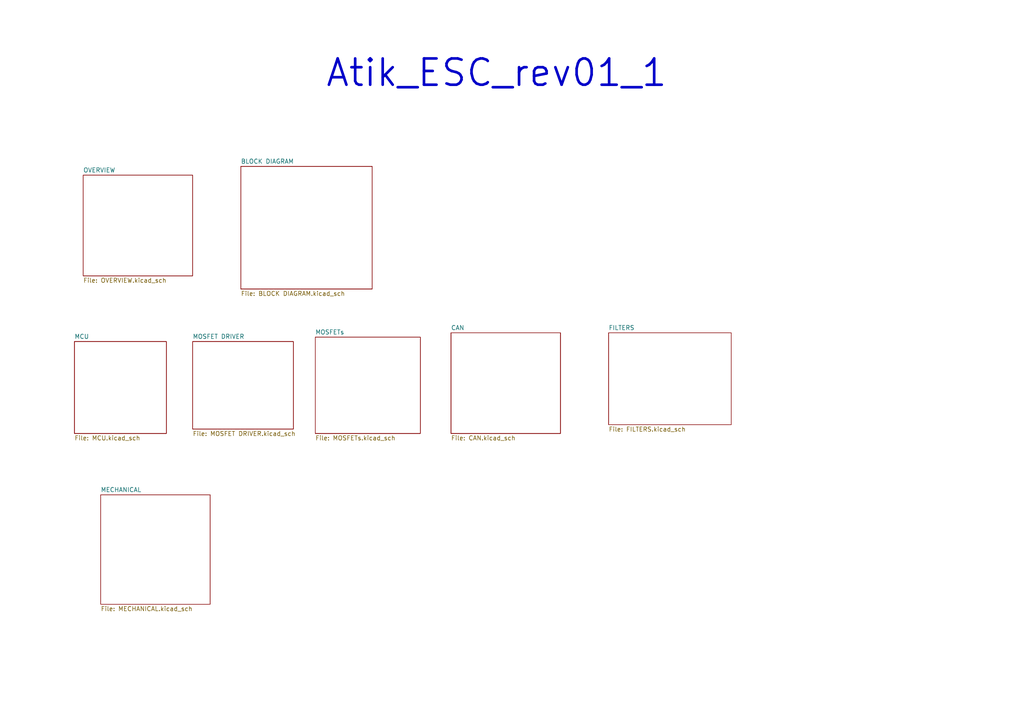
<source format=kicad_sch>
(kicad_sch
	(version 20231120)
	(generator "eeschema")
	(generator_version "8.0")
	(uuid "e63e39d7-6ac0-4ffd-8aa3-1841a4541b55")
	(paper "A4")
	(title_block
		(title "Atik_ESC_rev01_1")
		(date "2024-07-01")
		(rev "rev01_1")
		(comment 4 "Atik Hasan")
	)
	(lib_symbols)
	(text "Atik_ESC_rev01_1"
		(exclude_from_sim no)
		(at 144.018 21.336 0)
		(effects
			(font
				(size 7.62 7.62)
				(thickness 0.762)
				(bold yes)
			)
		)
		(uuid "67ad3f1f-c054-49ec-844a-e6a11da011e9")
	)
	(sheet
		(at 21.59 99.06)
		(size 26.67 26.67)
		(fields_autoplaced yes)
		(stroke
			(width 0.1524)
			(type solid)
		)
		(fill
			(color 0 0 0 0.0000)
		)
		(uuid "0be55bd7-37de-430b-a53e-3657156ebf1b")
		(property "Sheetname" "MCU"
			(at 21.59 98.3484 0)
			(effects
				(font
					(size 1.27 1.27)
				)
				(justify left bottom)
			)
		)
		(property "Sheetfile" "MCU.kicad_sch"
			(at 21.59 126.3146 0)
			(effects
				(font
					(size 1.27 1.27)
				)
				(justify left top)
			)
		)
		(instances
			(project "Example_Atik"
				(path "/e63e39d7-6ac0-4ffd-8aa3-1841a4541b55"
					(page "2")
				)
			)
		)
	)
	(sheet
		(at 130.81 96.52)
		(size 31.75 29.21)
		(fields_autoplaced yes)
		(stroke
			(width 0.1524)
			(type solid)
		)
		(fill
			(color 0 0 0 0.0000)
		)
		(uuid "1a762500-02d9-4303-a1b6-6ef4735db709")
		(property "Sheetname" "CAN"
			(at 130.81 95.8084 0)
			(effects
				(font
					(size 1.27 1.27)
				)
				(justify left bottom)
			)
		)
		(property "Sheetfile" "CAN.kicad_sch"
			(at 130.81 126.3146 0)
			(effects
				(font
					(size 1.27 1.27)
				)
				(justify left top)
			)
		)
		(instances
			(project "Example_Atik"
				(path "/e63e39d7-6ac0-4ffd-8aa3-1841a4541b55"
					(page "5")
				)
			)
		)
	)
	(sheet
		(at 91.44 97.79)
		(size 30.48 27.94)
		(fields_autoplaced yes)
		(stroke
			(width 0.1524)
			(type solid)
		)
		(fill
			(color 0 0 0 0.0000)
		)
		(uuid "1c71bdd5-a007-40ca-b606-63b91f65036d")
		(property "Sheetname" "MOSFETs"
			(at 91.44 97.0784 0)
			(effects
				(font
					(size 1.27 1.27)
				)
				(justify left bottom)
			)
		)
		(property "Sheetfile" "MOSFETs.kicad_sch"
			(at 91.44 126.3146 0)
			(effects
				(font
					(size 1.27 1.27)
				)
				(justify left top)
			)
		)
		(instances
			(project "Example_Atik"
				(path "/e63e39d7-6ac0-4ffd-8aa3-1841a4541b55"
					(page "4")
				)
			)
		)
	)
	(sheet
		(at 29.21 143.51)
		(size 31.75 31.75)
		(fields_autoplaced yes)
		(stroke
			(width 0.1524)
			(type solid)
		)
		(fill
			(color 0 0 0 0.0000)
		)
		(uuid "41f7ebcc-75a3-443c-b1d4-b12a98c218ea")
		(property "Sheetname" "MECHANICAL"
			(at 29.21 142.7984 0)
			(effects
				(font
					(size 1.27 1.27)
				)
				(justify left bottom)
			)
		)
		(property "Sheetfile" "MECHANICAL.kicad_sch"
			(at 29.21 175.8446 0)
			(effects
				(font
					(size 1.27 1.27)
				)
				(justify left top)
			)
		)
		(instances
			(project "Example_Atik"
				(path "/e63e39d7-6ac0-4ffd-8aa3-1841a4541b55"
					(page "7")
				)
			)
		)
	)
	(sheet
		(at 69.85 48.26)
		(size 38.1 35.56)
		(fields_autoplaced yes)
		(stroke
			(width 0.1524)
			(type solid)
		)
		(fill
			(color 0 0 0 0.0000)
		)
		(uuid "5a7341a2-3400-40b5-a9e2-0076e4417bf9")
		(property "Sheetname" "BLOCK DIAGRAM"
			(at 69.85 47.5484 0)
			(effects
				(font
					(size 1.27 1.27)
				)
				(justify left bottom)
			)
		)
		(property "Sheetfile" "BLOCK DIAGRAM.kicad_sch"
			(at 69.85 84.4046 0)
			(effects
				(font
					(size 1.27 1.27)
				)
				(justify left top)
			)
		)
		(instances
			(project "Example_Atik"
				(path "/e63e39d7-6ac0-4ffd-8aa3-1841a4541b55"
					(page "8")
				)
			)
		)
	)
	(sheet
		(at 176.53 96.52)
		(size 35.56 26.67)
		(fields_autoplaced yes)
		(stroke
			(width 0.1524)
			(type solid)
		)
		(fill
			(color 0 0 0 0.0000)
		)
		(uuid "65f74918-887f-4feb-8a6a-458eccb31eee")
		(property "Sheetname" "FILTERS"
			(at 176.53 95.8084 0)
			(effects
				(font
					(size 1.27 1.27)
				)
				(justify left bottom)
			)
		)
		(property "Sheetfile" "FILTERS.kicad_sch"
			(at 176.53 123.7746 0)
			(effects
				(font
					(size 1.27 1.27)
				)
				(justify left top)
			)
		)
		(instances
			(project "Example_Atik"
				(path "/e63e39d7-6ac0-4ffd-8aa3-1841a4541b55"
					(page "6")
				)
			)
		)
	)
	(sheet
		(at 55.88 99.06)
		(size 29.21 25.4)
		(fields_autoplaced yes)
		(stroke
			(width 0.1524)
			(type solid)
		)
		(fill
			(color 0 0 0 0.0000)
		)
		(uuid "6fbc5337-6d8a-4248-86b4-f37af7826681")
		(property "Sheetname" "MOSFET DRIVER"
			(at 55.88 98.3484 0)
			(effects
				(font
					(size 1.27 1.27)
				)
				(justify left bottom)
			)
		)
		(property "Sheetfile" "MOSFET DRIVER.kicad_sch"
			(at 55.88 125.0446 0)
			(effects
				(font
					(size 1.27 1.27)
				)
				(justify left top)
			)
		)
		(instances
			(project "Example_Atik"
				(path "/e63e39d7-6ac0-4ffd-8aa3-1841a4541b55"
					(page "3")
				)
			)
		)
	)
	(sheet
		(at 24.13 50.8)
		(size 31.75 29.21)
		(fields_autoplaced yes)
		(stroke
			(width 0.1524)
			(type solid)
		)
		(fill
			(color 0 0 0 0.0000)
		)
		(uuid "c6e21b07-e841-4e51-bf44-90c9399b747d")
		(property "Sheetname" "OVERVIEW"
			(at 24.13 50.0884 0)
			(effects
				(font
					(size 1.27 1.27)
				)
				(justify left bottom)
			)
		)
		(property "Sheetfile" "OVERVIEW.kicad_sch"
			(at 24.13 80.5946 0)
			(effects
				(font
					(size 1.27 1.27)
				)
				(justify left top)
			)
		)
		(instances
			(project "Example_Atik"
				(path "/e63e39d7-6ac0-4ffd-8aa3-1841a4541b55"
					(page "9")
				)
			)
		)
	)
	(sheet_instances
		(path "/"
			(page "1")
		)
	)
)

</source>
